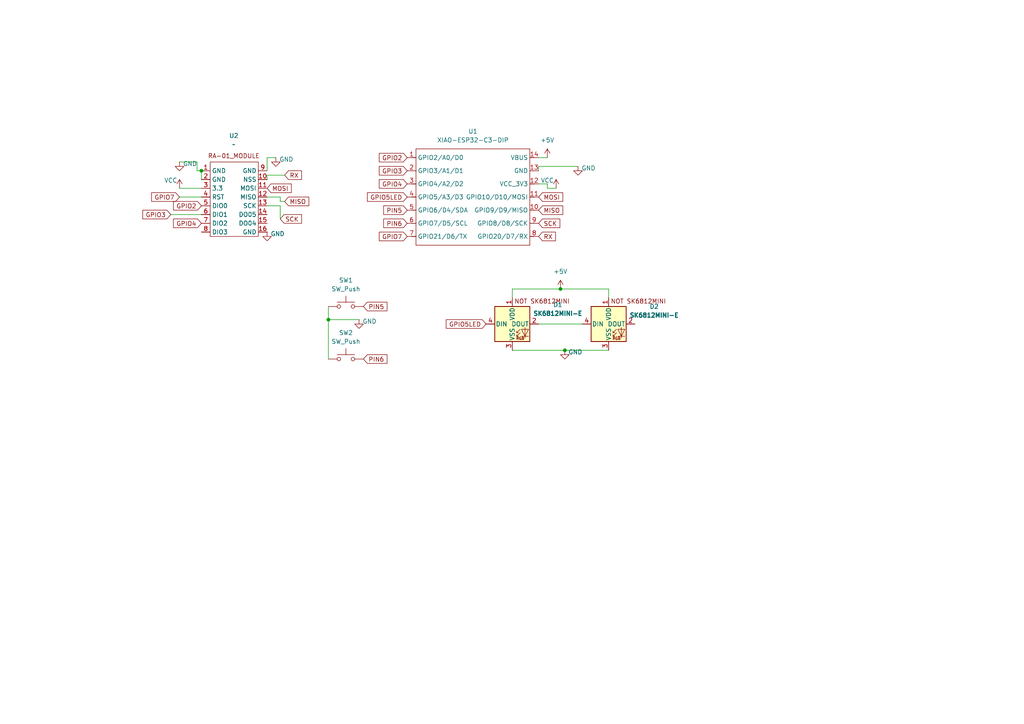
<source format=kicad_sch>
(kicad_sch (version 20250114) (generator "eeschema") (generator_version "9.0")
  (paper "A4")
  (lib_symbols
    (symbol "Ra-02:Ra-02_module"
      (property "Reference" "U" (at 0 0 0))
      (symbol "Ra-02_module_0_1"
        (rectangle (start -6.35 7.62) (end 7.62 -13.97))
      )
      (symbol "Ra-02_module_1_1"
        (text "RA-01_MODULE" (at 0.508 9.398 0) (effects (font (size 1.27 1.27))))
        (pin input line (at -8.89 5.08 0) (length 2.54) (name "GND") (number "1"))
        (pin input line (at -8.89 2.54 0) (length 2.54) (name "GND") (number "2"))
        (pin input line (at -8.89 0 0) (length 2.54) (name "3.3") (number "3"))
        (pin input line (at -8.89 -2.54 0) (length 2.54) (name "RST") (number "4"))
        (pin input line (at -8.89 -5.08 0) (length 2.54) (name "DIO0") (number "5"))
        (pin input line (at -8.89 -7.62 0) (length 2.54) (name "DIO1") (number "6"))
        (pin input line (at -8.89 -10.16 0) (length 2.54) (name "DIO2") (number "7"))
        (pin input line (at -8.89 -12.7 0) (length 2.54) (name "DIO3") (number "8"))
        (pin input line (at 10.16 5.08 180) (length 2.54) (name "GND") (number "9"))
        (pin input line (at 10.16 2.54 180) (length 2.54) (name "NSS") (number "10"))
        (pin input line (at 10.16 0 180) (length 2.54) (name "MOSI") (number "11"))
        (pin input line (at 10.16 -2.54 180) (length 2.54) (name "MISO") (number "12"))
        (pin input line (at 10.16 -5.08 180) (length 2.54) (name "SCK") (number "13"))
        (pin input line (at 10.16 -7.62 180) (length 2.54) (name "DO05") (number "14"))
        (pin input line (at 10.16 -10.16 180) (length 2.54) (name "DO04") (number "15"))
        (pin input line (at 10.16 -12.7 180) (length 2.54) (name "GND") (number "16"))
      )
    )
    (symbol "SK6812MINI-E:SK6812MINI-E" (pin_names (offset 0.254))
      (property "Reference" "D" (at -3.556 5.842 0))
      (property "Value" "SK6812MINI-E" (at 1.27 -5.715 0))
      (symbol "SK6812MINI-E_0_0"
        (text "RGB" (at 2.286 -4.191 0) (effects (font (size 0.762 0.762))))
      )
      (symbol "SK6812MINI-E_0_1"
        (rectangle (start -5.08 5.08) (end 5.08 -5.08) (stroke (width 0.254)) (fill (type background)))
        (polyline (pts (xy 1.27 -2.54) (xy 1.778 -2.54)))
        (polyline (pts (xy 1.27 -3.556) (xy 1.778 -3.556)))
        (polyline (pts (xy 2.286 -1.524) (xy 1.27 -2.54) (xy 1.27 -2.032)))
        (polyline (pts (xy 2.286 -2.54) (xy 1.27 -3.556) (xy 1.27 -3.048)))
        (polyline (pts (xy 3.683 -1.016) (xy 3.683 -3.556) (xy 3.683 -4.064)))
        (polyline (pts (xy 4.699 -1.524) (xy 2.667 -1.524) (xy 3.683 -3.556) (xy 4.699 -1.524)))
        (polyline (pts (xy 4.699 -3.556) (xy 2.667 -3.556)))
      )
      (symbol "SK6812MINI-E_1_1"
        (text "NOT SK6812MINI" (at 8.636 6.604 0) (effects (font (size 1.27 1.27))))
        (pin input line (at -7.62 0 0) (length 2.54) (name "DIN") (number "4"))
        (pin power_in line (at 0 7.62 270) (length 2.54) (name "VDD") (number "1"))
        (pin power_in line (at 0 -7.62 90) (length 2.54) (name "VSS") (number "3"))
        (pin output line (at 7.62 0 180) (length 2.54) (name "DOUT") (number "2"))
      )
    )
    (symbol "Seeed_Studio_XIAO_Series:XIAO-ESP32-C3-DIP"
      (property "Reference" "U" (at 1.016 2.794 0))
      (property "Value" "XIAO-ESP32-C3-DIP" (at 7.62 1.016 0))
      (symbol "XIAO-ESP32-C3-DIP_1_0"
        (polyline (pts (xy 0 0) (xy 33.02 0)) (stroke (width 0.1524)))
        (polyline (pts (xy 0 -2.54) (xy -1.27 -2.54)) (stroke (width 0.1524)))
        (polyline (pts (xy 0 -2.54) (xy 0 0)) (stroke (width 0.1524)))
        (polyline (pts (xy 0 -6.35) (xy -1.27 -6.35)) (stroke (width 0.1524)))
        (polyline (pts (xy 0 -6.35) (xy 0 -2.54)) (stroke (width 0.1524)))
        (polyline (pts (xy 0 -10.16) (xy -1.27 -10.16)) (stroke (width 0.1524)))
        (polyline (pts (xy 0 -10.16) (xy 0 -6.35)) (stroke (width 0.1524)))
        (polyline (pts (xy 0 -13.97) (xy -1.27 -13.97)) (stroke (width 0.1524)))
        (polyline (pts (xy 0 -13.97) (xy 0 -10.16)) (stroke (width 0.1524)))
        (polyline (pts (xy 0 -17.78) (xy -1.27 -17.78)) (stroke (width 0.1524)))
        (polyline (pts (xy 0 -21.59) (xy -1.27 -21.59)) (stroke (width 0.1524)))
        (polyline (pts (xy 0 -25.4) (xy -1.27 -25.4)) (stroke (width 0.1524)))
        (polyline (pts (xy 0 -27.94) (xy 0 -13.97)) (stroke (width 0.1524)))
        (polyline (pts (xy 33.02 0) (xy 33.02 -2.54)) (stroke (width 0.1524)))
        (polyline (pts (xy 33.02 -2.54) (xy 33.02 -6.35)) (stroke (width 0.1524)))
        (polyline (pts (xy 33.02 -6.35) (xy 33.02 -10.16)) (stroke (width 0.1524)))
        (polyline (pts (xy 33.02 -10.16) (xy 33.02 -27.94)) (stroke (width 0.1524)))
        (polyline (pts (xy 33.02 -27.94) (xy 0 -27.94)) (stroke (width 0.1524)))
        (polyline (pts (xy 34.29 -2.54) (xy 33.02 -2.54)) (stroke (width 0.1524)))
        (polyline (pts (xy 34.29 -6.35) (xy 33.02 -6.35)) (stroke (width 0.1524)))
        (polyline (pts (xy 34.29 -10.16) (xy 33.02 -10.16)) (stroke (width 0.1524)))
        (polyline (pts (xy 34.29 -13.97) (xy 33.02 -13.97)) (stroke (width 0.1524)))
        (polyline (pts (xy 34.29 -17.78) (xy 33.02 -17.78)) (stroke (width 0.1524)))
        (polyline (pts (xy 34.29 -21.59) (xy 33.02 -21.59)) (stroke (width 0.1524)))
        (polyline (pts (xy 34.29 -25.4) (xy 33.02 -25.4)) (stroke (width 0.1524)))
        (pin passive line (at -2.54 -2.54 0) (length 2.54) (name "GPIO2/A0/D0") (number "1"))
        (pin passive line (at -2.54 -6.35 0) (length 2.54) (name "GPIO3/A1/D1") (number "2"))
        (pin passive line (at -2.54 -10.16 0) (length 2.54) (name "GPIO4/A2/D2") (number "3"))
        (pin passive line (at -2.54 -13.97 0) (length 2.54) (name "GPIO5/A3/D3") (number "4"))
        (pin passive line (at -2.54 -17.78 0) (length 2.54) (name "GPIO6/D4/SDA") (number "5"))
        (pin passive line (at -2.54 -21.59 0) (length 2.54) (name "GPIO7/D5/SCL") (number "6"))
        (pin passive line (at -2.54 -25.4 0) (length 2.54) (name "GPIO21/D6/TX") (number "7"))
        (pin passive line (at 35.56 -2.54 180) (length 2.54) (name "VBUS") (number "14"))
        (pin passive line (at 35.56 -6.35 180) (length 2.54) (name "GND") (number "13"))
        (pin passive line (at 35.56 -10.16 180) (length 2.54) (name "VCC_3V3") (number "12"))
        (pin passive line (at 35.56 -13.97 180) (length 2.54) (name "GPIO10/D10/MOSI") (number "11"))
        (pin passive line (at 35.56 -17.78 180) (length 2.54) (name "GPIO9/D9/MISO") (number "10"))
        (pin passive line (at 35.56 -21.59 180) (length 2.54) (name "GPIO8/D8/SCK") (number "9"))
        (pin passive line (at 35.56 -25.4 180) (length 2.54) (name "GPIO20/D7/RX") (number "8"))
      )
    )
    (symbol "Switch:SW_Push" (pin_numbers (hide yes)) (pin_names (offset 1.016) (hide yes))
      (property "Reference" "SW" (at 1.27 2.54 0))
      (property "Value" "SW_Push" (at 0 -1.524 0))
      (symbol "SW_Push_0_1"
        (circle (center -2.032 0) (radius 0.508))
        (polyline (pts (xy 0 1.27) (xy 0 3.048)))
        (circle (center 2.032 0) (radius 0.508))
        (polyline (pts (xy 2.54 1.27) (xy -2.54 1.27)))
        (pin passive line (at -5.08 0 0) (length 2.54) (name "1") (number "1"))
        (pin passive line (at 5.08 0 180) (length 2.54) (name "2") (number "2"))
      )
    )
    (symbol "power:+5V" (power) (pin_numbers (hide yes)) (pin_names (offset 0) (hide yes))
      (property "Value" "+5V" (at 0 3.556 0))
      (symbol "+5V_0_1"
        (polyline (pts (xy -0.762 1.27) (xy 0 2.54)))
        (polyline (pts (xy 0 2.54) (xy 0.762 1.27)))
        (polyline (pts (xy 0 0) (xy 0 2.54)))
      )
      (symbol "+5V_1_1"
        (pin power_in line (at 0 0 90) (length 0) (name "~") (number "1"))
      )
    )
    (symbol "power:GND" (power) (pin_numbers (hide yes)) (pin_names (offset 0) (hide yes))
      (property "Value" "GND" (at 0 -3.81 0))
      (symbol "GND_0_1"
        (polyline (pts (xy 0 0) (xy 0 -1.27) (xy 1.27 -1.27) (xy 0 -2.54) (xy -1.27 -1.27) (xy 0 -1.27)))
      )
      (symbol "GND_1_1"
        (pin power_in line (at 0 0 270) (length 0) (name "~") (number "1"))
      )
    )
    (symbol "power:VCC" (power) (pin_numbers (hide yes)) (pin_names (offset 0) (hide yes))
      (property "Value" "VCC" (at 0 3.556 0))
      (symbol "VCC_0_1"
        (polyline (pts (xy -0.762 1.27) (xy 0 2.54)))
        (polyline (pts (xy 0 2.54) (xy 0.762 1.27)))
        (polyline (pts (xy 0 0) (xy 0 2.54)))
      )
      (symbol "VCC_1_1"
        (pin power_in line (at 0 0 90) (length 0) (name "~") (number "1"))
      )
    )
  )
  (junction (at 163.83 101.6))
  (junction (at 162.56 83.82))
  (junction (at 58.42 49.53))
  (junction (at 95.25 92.71))
  (wire (pts (xy 95.25 88.9) (xy 95.25 92.71)))
  (wire (pts (xy 52.07 54.61) (xy 58.42 54.61)))
  (wire (pts (xy 57.15 46.99) (xy 57.15 49.53)))
  (wire (pts (xy 81.28 63.5) (xy 81.28 59.69)))
  (wire (pts (xy 52.07 46.99) (xy 57.15 46.99)))
  (wire (pts (xy 161.29 54.61) (xy 158.75 54.61)))
  (wire (pts (xy 80.01 45.72) (xy 77.47 45.72)))
  (wire (pts (xy 156.21 48.26) (xy 156.21 49.53)))
  (wire (pts (xy 52.07 57.15) (xy 58.42 57.15)))
  (wire (pts (xy 81.28 59.69) (xy 77.47 59.69)))
  (wire (pts (xy 82.55 50.8) (xy 77.47 50.8)))
  (wire (pts (xy 162.56 83.82) (xy 176.53 83.82)))
  (wire (pts (xy 148.59 83.82) (xy 162.56 83.82)))
  (wire (pts (xy 49.53 62.23) (xy 58.42 62.23)))
  (wire (pts (xy 81.28 57.15) (xy 77.47 57.15)))
  (wire (pts (xy 148.59 101.6) (xy 163.83 101.6)))
  (wire (pts (xy 57.15 49.53) (xy 58.42 49.53)))
  (wire (pts (xy 158.75 54.61) (xy 158.75 53.34)))
  (wire (pts (xy 158.75 45.72) (xy 156.21 45.72)))
  (wire (pts (xy 77.47 50.8) (xy 77.47 52.07)))
  (wire (pts (xy 95.25 92.71) (xy 104.14 92.71)))
  (wire (pts (xy 167.64 48.26) (xy 156.21 48.26)))
  (wire (pts (xy 77.47 45.72) (xy 77.47 49.53)))
  (wire (pts (xy 95.25 92.71) (xy 95.25 104.14)))
  (wire (pts (xy 148.59 86.36) (xy 148.59 83.82)))
  (wire (pts (xy 156.21 93.98) (xy 168.91 93.98)))
  (wire (pts (xy 176.53 83.82) (xy 176.53 86.36)))
  (wire (pts (xy 163.83 101.6) (xy 176.53 101.6)))
  (wire (pts (xy 58.42 49.53) (xy 58.42 52.07)))
  (wire (pts (xy 82.55 58.42) (xy 81.28 58.42)))
  (wire (pts (xy 81.28 58.42) (xy 81.28 57.15)))
  (wire (pts (xy 158.75 53.34) (xy 156.21 53.34)))
  (global_label "SCK" (shape input) (at 81.28 63.5 0) (property "Intersheetrefs" "${INTERSHEET_REFS}" (effects (hide yes))))
  (global_label "PIN6" (shape input) (at 118.11 64.77 180) (property "Intersheetrefs" "${INTERSHEET_REFS}" (effects (hide yes))))
  (global_label "PIN6" (shape input) (at 105.41 104.14 0) (property "Intersheetrefs" "${INTERSHEET_REFS}" (effects (hide yes))))
  (global_label "RX" (shape input) (at 82.55 50.8 0) (property "Intersheetrefs" "${INTERSHEET_REFS}" (effects (hide yes))))
  (global_label "GPIO4" (shape input) (at 58.42 64.77 180) (property "Intersheetrefs" "${INTERSHEET_REFS}" (effects (hide yes))))
  (global_label "PIN5" (shape input) (at 118.11 60.96 180) (property "Intersheetrefs" "${INTERSHEET_REFS}" (effects (hide yes))))
  (global_label "SCK" (shape input) (at 156.21 64.77 0) (property "Intersheetrefs" "${INTERSHEET_REFS}" (effects (hide yes))))
  (global_label "GPIO2" (shape input) (at 118.11 45.72 180) (property "Intersheetrefs" "${INTERSHEET_REFS}" (effects (hide yes))))
  (global_label "GPIO7" (shape input) (at 52.07 57.15 180) (property "Intersheetrefs" "${INTERSHEET_REFS}" (effects (hide yes))))
  (global_label "GPIO5LED" (shape input) (at 140.97 93.98 180) (property "Intersheetrefs" "${INTERSHEET_REFS}" (effects (hide yes))))
  (global_label "GPIO4" (shape input) (at 118.11 53.34 180) (property "Intersheetrefs" "${INTERSHEET_REFS}" (effects (hide yes))))
  (global_label "RX" (shape input) (at 156.21 68.58 0) (property "Intersheetrefs" "${INTERSHEET_REFS}" (effects (hide yes))))
  (global_label "GPIO2" (shape input) (at 58.42 59.69 180) (property "Intersheetrefs" "${INTERSHEET_REFS}" (effects (hide yes))))
  (global_label "GPIO5LED" (shape input) (at 118.11 57.15 180) (property "Intersheetrefs" "${INTERSHEET_REFS}" (effects (hide yes))))
  (global_label "MISO" (shape input) (at 82.55 58.42 0) (property "Intersheetrefs" "${INTERSHEET_REFS}" (effects (hide yes))))
  (global_label "GPIO3" (shape input) (at 49.53 62.23 180) (property "Intersheetrefs" "${INTERSHEET_REFS}" (effects (hide yes))))
  (global_label "MISO" (shape input) (at 156.21 60.96 0) (property "Intersheetrefs" "${INTERSHEET_REFS}" (effects (hide yes))))
  (global_label "GPIO7" (shape input) (at 118.11 68.58 180) (property "Intersheetrefs" "${INTERSHEET_REFS}" (effects (hide yes))))
  (global_label "GPIO3" (shape input) (at 118.11 49.53 180) (property "Intersheetrefs" "${INTERSHEET_REFS}" (effects (hide yes))))
  (global_label "PIN5" (shape input) (at 105.41 88.9 0) (property "Intersheetrefs" "${INTERSHEET_REFS}" (effects (hide yes))))
  (global_label "MOSI" (shape input) (at 77.47 54.61 0) (property "Intersheetrefs" "${INTERSHEET_REFS}" (effects (hide yes))))
  (global_label "MOSI" (shape input) (at 156.21 57.15 0) (property "Intersheetrefs" "${INTERSHEET_REFS}" (effects (hide yes))))
  (symbol (lib_id "power:GND") (at 77.47 67.31 0) (unit 1)
    (property "Reference" "#PWR05" (effects (hide yes)))
    (property "Value" "GND" (at 80.518 67.818 0))
    (property "Description" "Power symbol creates a global label with name \"GND\" , ground" (effects (hide yes)))
  )
  (symbol (lib_id "SK6812MINI-E:SK6812MINI-E") (at 176.53 93.98 0) (unit 1)
    (property "Reference" "D2" (at 189.738 88.8999 0))
    (property "Value" "SK6812MINI-E" (at 189.738 91.44 0) (effects (font (thickness 0.254) (bold yes))))
    (property "Footprint" "footprints:SK6812MINI-E_fixed" (effects (hide yes)))
    (property "Datasheet" "https://cdn-shop.adafruit.com/product-files/4960/4960_SK6812MINI-E_REV02_EN.pdf" (effects (hide yes)))
    (property "Description" "RGB LED with integrated controller" (effects (hide yes)))
  )
  (symbol (lib_id "Seeed_Studio_XIAO_Series:XIAO-ESP32-C3-DIP") (at 120.65 43.18 0) (unit 1)
    (property "Reference" "U1" (at 137.16 38.1 0))
    (property "Value" "XIAO-ESP32-C3-DIP" (at 137.16 40.64 0))
    (property "Footprint" "Seeed Studio XIAO Series Library:XIAO-ESP32C3-DIP" (effects (hide yes)))
  )
  (symbol (lib_id "power:GND") (at 80.01 45.72 0) (unit 1)
    (property "Reference" "#PWR06" (effects (hide yes)))
    (property "Value" "GND" (at 83.058 46.228 0))
    (property "Description" "Power symbol creates a global label with name \"GND\" , ground" (effects (hide yes)))
  )
  (symbol (lib_id "power:GND") (at 167.64 48.26 0) (unit 1)
    (property "Reference" "#PWR02" (effects (hide yes)))
    (property "Value" "GND" (at 170.688 48.768 0))
    (property "Description" "Power symbol creates a global label with name \"GND\" , ground" (effects (hide yes)))
  )
  (symbol (lib_id "Switch:SW_Push") (at 100.33 88.9 0) (unit 1)
    (property "Reference" "SW1" (at 100.33 81.28 0))
    (property "Value" "SW_Push" (at 100.33 83.82 0))
    (property "Footprint" "Button_Switch_THT:SW_PUSH_6mm" (effects (hide yes)))
    (property "Description" "Push button switch, generic, two pins" (effects (hide yes)))
  )
  (symbol (lib_id "power:GND") (at 104.14 92.71 0) (unit 1)
    (property "Reference" "#PWR010" (effects (hide yes)))
    (property "Value" "GND" (at 107.188 93.218 0))
    (property "Description" "Power symbol creates a global label with name \"GND\" , ground" (effects (hide yes)))
  )
  (symbol (lib_id "SK6812MINI-E:SK6812MINI-E") (at 148.59 93.98 0) (unit 1)
    (property "Reference" "D1" (at 161.798 88.3919 0))
    (property "Value" "SK6812MINI-E" (at 161.798 90.932 0) (effects (font (thickness 0.254) (bold yes))))
    (property "Footprint" "footprints:SK6812MINI-E_fixed" (effects (hide yes)))
    (property "Datasheet" "https://cdn-shop.adafruit.com/product-files/4960/4960_SK6812MINI-E_REV02_EN.pdf" (effects (hide yes)))
    (property "Description" "RGB LED with integrated controller" (effects (hide yes)))
  )
  (symbol (lib_id "power:VCC") (at 161.29 54.61 0) (unit 1)
    (property "Reference" "#PWR01" (effects (hide yes)))
    (property "Value" "VCC" (at 158.75 52.324 0))
    (property "Description" "Power symbol creates a global label with name \"VCC\"" (effects (hide yes)))
  )
  (symbol (lib_id "power:+5V") (at 158.75 45.72 0) (unit 1)
    (property "Reference" "#PWR09" (effects (hide yes)))
    (property "Value" "+5V" (at 158.75 40.64 0))
    (property "Description" "Power symbol creates a global label with name \"+5V\"" (effects (hide yes)))
  )
  (symbol (lib_id "power:GND") (at 163.83 101.6 0) (unit 1)
    (property "Reference" "#PWR07" (effects (hide yes)))
    (property "Value" "GND" (at 166.878 102.108 0))
    (property "Description" "Power symbol creates a global label with name \"GND\" , ground" (effects (hide yes)))
  )
  (symbol (lib_id "Ra-02:Ra-02_module") (at 67.31 54.61 0) (unit 1)
    (property "Reference" "U2" (at 67.818 39.37 0))
    (property "Value" "~" (at 67.818 41.91 0))
    (property "Footprint" "Ra-02_Manual_DIP:DIP-16_1100_ELLfixed" (effects (hide yes)))
    (property "Description" "RA-02_MODULE" (effects (hide yes)))
  )
  (symbol (lib_id "power:+5V") (at 162.56 83.82 0) (unit 1)
    (property "Reference" "#PWR08" (effects (hide yes)))
    (property "Value" "+5V" (at 162.56 78.74 0))
    (property "Description" "Power symbol creates a global label with name \"+5V\"" (effects (hide yes)))
  )
  (symbol (lib_id "power:GND") (at 52.07 46.99 0) (unit 1)
    (property "Reference" "#PWR04" (effects (hide yes)))
    (property "Value" "GND" (at 55.118 47.498 0))
    (property "Description" "Power symbol creates a global label with name \"GND\" , ground" (effects (hide yes)))
  )
  (symbol (lib_id "Switch:SW_Push") (at 100.33 104.14 0) (unit 1)
    (property "Reference" "SW2" (at 100.33 96.52 0))
    (property "Value" "SW_Push" (at 100.33 99.06 0))
    (property "Footprint" "Button_Switch_THT:SW_PUSH_6mm" (effects (hide yes)))
    (property "Description" "Push button switch, generic, two pins" (effects (hide yes)))
  )
  (symbol (lib_id "power:VCC") (at 52.07 54.61 0) (unit 1)
    (property "Reference" "#PWR03" (effects (hide yes)))
    (property "Value" "VCC" (at 49.53 52.324 0))
    (property "Description" "Power symbol creates a global label with name \"VCC\"" (effects (hide yes)))
  )
)
</source>
